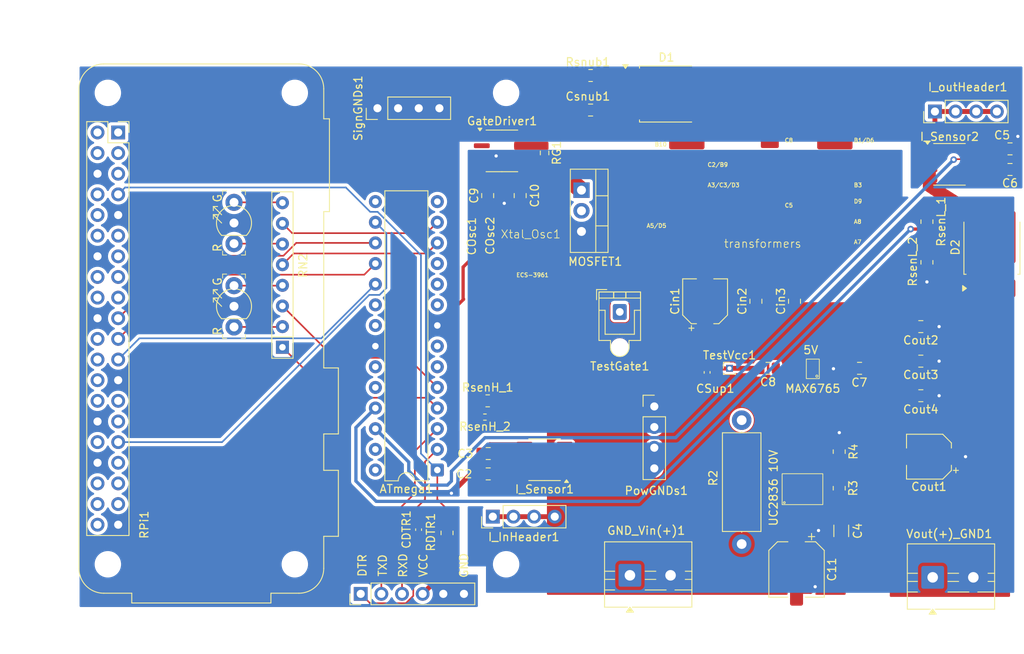
<source format=kicad_pcb>
(kicad_pcb (version 20241229) (generator "pcbnew") (generator_version "9.0")
  (title_block (title "EV Microgrid Flyback Converter ") (company "Cal Poly, Senior Project"))
  (layers (0 "F.Cu" signal) (2 "B.Cu" signal) (13 "F.Paste" user) (15 "B.Paste" user) (5 "F.SilkS" user "F.Silkscreen") (7 "B.SilkS" user "B.Silkscreen") (1 "F.Mask" user) (3 "B.Mask" user) (25 "Edge.Cuts" user))
  (net 0 "")
  (net 1 "/+5Vcc")
  (net 2 "AGND")
  (net 3 "Net-(I_Sensor1-FILTER)")
  (net 4 "PGND")
  (net 5 "/+10Vcc")
  (net 6 "Net-(I_Sensor2-FILTER)")
  (net 7 "Net-(MAX6765-ENABLE)")
  (net 8 "Net-(MAX6765-OUT)")
  (net 9 "/DTR")
  (net 10 "/!Reset")
  (net 11 "Net-(D1-A)")
  (net 12 "/Vin(+)")
  (net 13 "/Vout(+)")
  (net 14 "Net-(D1-K)")
  (net 15 "Net-(D2-A)")
  (net 17 "/PWM")
  (net 19 "Net-(GateDriver1-~{OUT_A})")
  (net 22 "Net-(I_outHeader1-Pin_1)")
  (net 23 "Net-(T1-AA)")
  (net 24 "/IH")
  (net 25 "/IL")
  (net 26 "Net-(UC2836_10V1-Shutdown)")
  (net 27 "/Red1")
  (net 28 "/Green1")
  (net 29 "Net-(D3-A1)")
  (net 30 "Net-(D3-A2)")
  (net 31 "Net-(D4-A2)")
  (net 32 "/Red2")
  (net 33 "/Green2")
  (net 34 "Net-(D4-A1)")
  (net 35 "/VH")
  (net 37 "/VL")
  (net 38 "/SCLK")
  (net 39 "Net-(ATmega1-XTAL1{slash}PB6)")
  (net 40 "Net-(ATmega1-XTAL2{slash}PB7)")
  (net 42 "/!SS")
  (net 43 "/MOSI")
  (net 44 "/RXD")
  (net 46 "/TXD")
  (net 47 "/ProReset")
  (net 48 "/MISO")
  (net 49 "Net-(UC2836_10V1-Driver_Sink)")
  (net 50 "Net-(UC2836_10V1-Feedback)")
  (net 66 "Net-(RPi1-3V3-Pad1)")
  (net 81 "Net-(MOSFET1-G)")
  (footprint "Capacitor_SMD:C_0201_0603Metric" (layer "F.Cu") (at 136.01 80.13 -90)
    (property "Reference" "COsc2")
    (property "Value" "22pF" (hide yes))
  )
  (footprint "Capacitor_SMD:C_0805_2012Metric" (layer "F.Cu") (at 170.21 93.13 180)
    (property "Reference" "C8")
    (property "Value" "0.1u" (hide yes))
  )
  (footprint "Capacitor_SMD:C_0805_2012Metric" (layer "F.Cu") (at 189 92.25 180)
    (property "Reference" "Cout3")
    (property "Value" "5u" (hide yes))
  )
  (footprint "Capacitor_SMD:C_0201_0603Metric" (layer "F.Cu") (at 133.75 80.13 -90)
    (property "Reference" "COsc1")
    (property "Value" "22pF" (hide yes))
  )
  (footprint "Resistor_SMD:R_0805_2012Metric" (layer "F.Cu") (at 178.96 103.38 -90)
    (property "Reference" "R4")
    (property "Value" "2.5k" (hide yes))
  )
  (footprint "Capacitor_SMD:C_0805_2012Metric" (layer "F.Cu") (at 189 88 180)
    (property "Reference" "Cout2")
    (property "Value" "5u" (hide yes))
  )
  (footprint "Resistor_SMD:R_0805_2012Metric" (layer "F.Cu") (at 130.71 113.38 -90)
    (property "Reference" "RDTR1")
    (property "Value" "10k" (hide yes))
  )
  (footprint "Capacitor_SMD:C_0805_2012Metric" (layer "F.Cu") (at 168.71 84.88 90)
    (property "Reference" "Cin2")
    (property "Value" "5u" (hide yes))
  )
  (footprint "FlybackSpecialtyComps:LED_3pin_P2.54mm" (layer "F.Cu") (at 104.5 77.79 90)
    (property "Reference" "D4" (hide yes))
    (property "Value" "LED_Dual_AKA" (hide yes))
  )
  (footprint "Capacitor_SMD:C_0805_2012Metric" (layer "F.Cu") (at 189 96.5 180)
    (property "Reference" "Cout4")
    (property "Value" "5u" (hide yes))
  )
  (footprint "Package_SO:SOIC-8_3.9x4.9mm_P1.27mm" (layer "F.Cu") (at 192.525 68.035)
    (property "Reference" "I_Sensor2")
    (property "Value" "ACS712xLCTR-05B" (hide yes))
  )
  (footprint "Package_SO:SOIC-8_3.9x4.9mm_P1.27mm" (layer "F.Cu") (at 137.46 66.38)
    (property "Reference" "GateDriver1")
    (property "Value" "TC4426xOA" (hide yes))
  )
  (footprint "Connector_PinHeader_1.00mm:PinHeader_1x01_P1.00mm_Vertical" (layer "F.Cu") (at 165.46 93.13)
    (property "Reference" "TestVcc1")
    (property "Value" "Conn_01x01_Pin" (hide yes))
  )
  (footprint "FlybackSpecialtyComps:transformers" (layer "F.Cu") (at 160.21 65.38)
    (property "Reference" "T1" (hide yes))
    (property "Value" "Transformer_1P_1S" (hide yes))
  )
  (footprint "Capacitor_SMD:CP_Elec_5x4.5" (layer "F.Cu") (at 162.46 84.88 90)
    (property "Reference" "Cin1")
    (property "Value" "10u" (hide yes))
  )
  (footprint "Package_TO_SOT_SMD:TO-252-3_TabPin2" (layer "F.Cu") (at 197.75 78.25 90)
    (property "Reference" "D2")
    (property "Value" "D" (hide yes))
  )
  (footprint "Resistor_THT:R_Array_SIP8" (layer "F.Cu") (at 110.46 90.54 90)
    (property "Reference" "RN2")
    (property "Value" "R_Pack04_SIP" (hide yes))
  )
  (footprint "Resistor_SMD:R_0805_2012Metric" (layer "F.Cu") (at 148.3725 57.105)
    (property "Reference" "Rsnub1")
    (property "Value" "110" (hide yes))
  )
  (footprint "Capacitor_SMD:C_0805_2012Metric" (layer "F.Cu") (at 135.71 71.88 90)
    (property "Reference" "C9")
    (property "Value" "10u" (hide yes))
  )
  (footprint "Connector_PinHeader_2.54mm:PinHeader_1x04_P2.54mm_Vertical" (layer "F.Cu") (at 136.34 111.38 90)
    (property "Reference" "I_InHeader1")
    (property "Value" "Conn_01x04_Pin" (hide yes))
  )
  (footprint "Capacitor_SMD:C_0805_2012Metric" (layer "F.Cu") (at 181.46 93.13)
    (property "Reference" "C7")
    (property "Value" "10u" (hide yes))
  )
  (footprint "Capacitor_SMD:C_0805_2012Metric" (layer "F.Cu") (at 148.3725 61.355)
    (property "Reference" "Csnub1")
    (property "Value" "4n" (hide yes))
  )
  (footprint "Capacitor_SMD:CP_Elec_5x4.5" (layer "F.Cu") (at 190 104 180)
    (property "Reference" "Cout1")
    (property "Value" "15u" (hide yes))
  )
  (footprint "Capacitor_SMD:C_0402_1005Metric" (layer "F.Cu") (at 162.71 93.63 -90)
    (property "Reference" "CSup1")
    (property "Value" "1uF" (hide yes))
  )
  (footprint "Capacitor_SMD:C_0805_2012Metric" (layer "F.Cu") (at 135.776297 106.116938 180)
    (property "Reference" "C2")
    (property "Value" "0.1u" (hide yes))
  )
  (footprint "Capacitor_SMD:C_0805_2012Metric" (layer "F.Cu") (at 199.975 66.13)
    (property "Reference" "C5")
    (property "Value" "0.1u" (hide yes))
  )
  (footprint "Connector_PinHeader_2.54mm:PinHeader_1x04_P2.54mm_Vertical" (layer "F.Cu") (at 156.21 97.82)
    (property "Reference" "PowGNDs1")
    (property "Value" "Conn_01x04_Pin" (hide yes))
  )
  (footprint "Connector_JST:JST_XH_B1B-XH-AM_1x01_P2.50mm_Vertical" (layer "F.Cu") (at 151.96 86.19)
    (property "Reference" "TestGate1")
    (property "Value" "Conn_01x01_Pin" (hide yes))
  )
  (footprint "FlybackSpecialtyComps:Max6765" (layer "F.Cu") (at 177.21 94.13 180)
    (property "Reference" "MAX6765")
    (property "Value" "5V Regulator" (hide yes))
  )
  (footprint "FlybackSpecialtyComps:FTDI_USB_TTL_Header" (layer "F.Cu") (at 120.09 120.88 90)
    (property "Reference" "Header1" (hide yes))
    (property "Value" "Conn_01x06_Male" (hide yes))
  )
  (footprint "Resistor_SMD:R_0805_2012Metric" (layer "F.Cu") (at 135.71 97.13)
    (property "Reference" "RsenH_1")
    (property "Value" "120k" (hide yes))
  )
  (footprint "Connector_PinHeader_2.54mm:PinHeader_1x04_P2.54mm_Vertical" (layer "F.Cu") (at 190.735 61.535 90)
    (property "Reference" "I_outHeader1")
    (property "Value" "Conn_01x04_Pin" (hide yes))
  )
  (footprint "Package_SO:SOIC-8_3.9x4.9mm_P1.27mm" (layer "F.Cu") (at 142.71 104.38 180)
    (property "Reference" "I_Sensor1")
    (property "Value" "ACS712xLCTR-05B" (hide yes))
  )
  (footprint "Resistor_SMD:R_0402_1005Metric_Pad0.72x0.64mm_HandSolder" (layer "F.Cu") (at 135.370389 99.13 180)
    (property "Reference" "RsenH_2")
    (property "Value" "10k" (hide yes))
  )
  (footprint "Capacitor_SMD:C_0402_1005Metric" (layer "F.Cu") (at 127.21 112.98 -90)
    (property "Reference" "CDTR1")
    (property "Value" "1uF" (hide yes))
  )
  (footprint "Resistor_SMD:R_0805_2012Metric" (layer "F.Cu") (at 189.75 75.0875 -90)
    (property "Reference" "RsenL_1")
    (property "Value" "120k" (hide yes))
  )
  (footprint "Capacitor_SMD:C_0805_2012Metric" (layer "F.Cu") (at 139.71 71.88 90)
    (property "Reference" "C10")
    (property "Value" "0.1u" (hide yes))
  )
  (footprint "Resistor_SMD:R_0805_2012Metric" (layer "F.Cu") (at 178.96 107.88 90)
    (property "Reference" "R3")
    (property "Value" "7500" (hide yes))
  )
  (footprint "FlybackSpecialtyComps:LED_3pin_P2.54mm" (layer "F.Cu") (at 104.5 88.04 90)
    (property "Reference" "D3" (hide yes))
    (property "Value" "LED_Dual_AKA" (hide yes))
  )
  (footprint "Capacitor_SMD:C_0805_2012Metric" (layer "F.Cu") (at 173.46 84.88 90)
    (property "Reference" "Cin3")
    (property "Value" "5u" (hide yes))
  )
  (footprint "TerminalBlock:TerminalBlock_MaiXu_MX126-5.0-02P_1x02_P5.00mm" (layer "F.Cu") (at 153.21 118.5975)
    (property "Reference" "GND_Vin(+)1")
    (property "Value" "Screw_Terminal_01x02" (hide yes))
  )
  (footprint "Package_DIP:DIP-28_W7.62mm" (layer "F.Cu") (at 129.515 105.64 180)
    (property "Reference" "ATmega1")
    (property "Value" "ATmega328P-P" (hide yes))
  )
  (footprint "FlybackSpecialtyComps:UC2836" (layer "F.Cu") (at 172.46 110.87 90)
    (property "Reference" "UC2836_10V1" (hide yes))
    (property "Value" "10V Regulator" (hide yes))
  )
  (footprint "Package_TO_SOT_THT:TO-220-3_Vertical" (layer "F.Cu") (at 147.25 71.21 -90)
    (property "Reference" "MOSFET1")
    (property "Value" "IRF540N" (hide yes))
  )
  (footprint "Capacitor_SMD:C_0805_2012Metric" (layer "F.Cu") (at 135.776297 103.616938)
    (property "Reference" "C3")
    (property "Value" "1n" (hide yes))
  )
  (footprint "Connector_PinHeader_2.54mm:PinHeader_1x04_P2.54mm_Vertical" (layer "F.Cu") (at 122.15 61.13 90)
    (property "Reference" "SignGNDs1")
    (property "Value" "Conn_01x04_Pin" (hide yes))
  )
  (footprint "Resistor_SMD:R_0603_1608Metric" (layer "F.Cu") (at 142.71 66.63 -90)
    (property "Reference" "RG1")
    (property "Value" "0" (hide yes))
  )
  (footprint "FlybackSpecialtyComps:Raspberry_Pi_Zero_and_Four" (layer "F.Cu") (at 90.25 64.11)
    (property "Reference" "RPi1")
    (property "Value" "Raspberry_Pi_2_3")
  )
  (footprint "Resistor_SMD:R_0805_2012Metric" (layer "F.Cu") (at 189.75 80.0875 -90)
    (property "Reference" "RsenL_2")
    (property "Value" "10k" (hide yes))
  )
  (footprint "Capacitor_SMD:C_1206_3216Metric" (layer "F.Cu") (at 179.21 113.13 -90)
    (property "Reference" "C4")
    (property "Value" "30u" (hide yes))
  )
  (footprint "TerminalBlock:TerminalBlock_MaiXu_MX126-5.0-02P_1x02_P5.00mm" (layer "F.Cu") (at 190.46 118.8475)
    (property "Reference" "Vout(+)_GND1")
    (property "Value" "Screw_Terminal_01x02" (hide yes))
  )
  (footprint "Capacitor_SMD:C_0805_2012Metric" (layer "F.Cu") (at 199.975 68.668596 180)
    (property "Reference" "C6")
    (property "Value" "1n" (hide yes))
  )
  (footprint "FlybackSpecialtyComps:oscillator" (layer "F.Cu") (at 139.72 78.215)
    (property "Reference" "Xtal_Osc1")
    (property "Value" "ASCO" (hide yes))
  )
  (footprint "Resistor_THT:R_Axial_DIN0414_L11.9mm_D4.5mm_P15.24mm_Horizontal" (layer "F.Cu") (at 166.96 114.75 90)
    (property "Reference" "R2")
    (property "Value" "0.1" (hide yes))
  )
  (footprint "Capacitor_SMD:CP_Elec_6.3x7.7" (layer "F.Cu") (at 173.71 117.88 -90)
    (property "Reference" "C11")
    (property "Value" "30u" (hide yes))
  )
  (footprint "Package_TO_SOT_SMD:TO-252-3_TabPin2" (layer "F.Cu") (at 157.7 59.38)
    (property "Reference" "D1")
    (property "Value" "D" (hide yes))
  )
  (gr_text "5V" (at 175.46 90.88 0) (layer "F.SilkS") (effects (font (size 1 1))))
  (segment (start 127.71 120.88) (end 130.71 117.88) (width 0.6) (layer "F.Cu") (net 1))
  (segment (start 162.71 93.15) (end 165.44 93.15) (width 0.5) (layer "F.Cu") (net 1))
  (segment (start 165.46 93.13) (end 169.26 93.13) (width 0.6) (layer "F.Cu") (net 1))
  (segment (start 130.71 117.88) (end 130.71 114.2925) (width 0.6) (layer "F.Cu") (net 1))
  (segment (start 140.235 106.355) (end 140.21 106.38) (width 0.2) (layer "F.Cu") (net 1))
  (segment (start 199.025 66.13) (end 195 66.13) (width 0.5) (layer "F.Cu") (net 1))
  (segment (start 140.235 106.285) (end 136.894359 106.285) (width 0.5) (layer "F.Cu") (net 1))
  (segment (start 140.235 106.285) (end 140.235 106.355) (width 0.2) (layer "F.Cu") (net 1))
  (segment (start 136.894359 106.285) (end 136.726297 106.116938) (width 0.2) (layer "F.Cu") (net 1))
  (segment (start 132.6875 84.6875) (end 132.6875 80.672501) (width 0.4) (layer "F.Cu") (net 2))
  (segment (start 136.01 79.81) (end 136.57 79.25) (width 0.4) (layer "F.Cu") (net 2))
  (segment (start 133.550001 79.81) (end 133.75 79.81) (width 0.4) (layer "F.Cu") (net 2))
  (segment (start 134.826297 106.116938) (end 134.826297 103.616938) (width 0.8) (layer "F.Cu") (net 2))
  (segment (start 140.235 102.475) (end 135.968235 102.475) (width 0.5) (layer "F.Cu") (net 2))
  (segment (start 195 69.94) (end 199.653596 69.94) (width 0.5) (layer "F.Cu") (net 2))
  (segment (start 129.515 87.86) (end 132.6875 84.6875) (width 0.4) (layer "F.Cu") (net 2))
  (segment (start 141.25 79.25) (end 141.25 79.225) (width 0.4) (layer "F.Cu") (net 2))
  (segment (start 133.75 79.81) (end 136.01 79.81) (width 0.4) (layer "F.Cu") (net 2))
  (segment (start 136.57 79.25) (end 141.25 79.25) (width 0.4) (layer "F.Cu") (net 2))
  (segment (start 134.826297 106.116938) (end 133.633062 106.116938) (width 0.6) (layer "F.Cu") (net 2))
  (segment (start 135.968235 102.475) (end 134.826297 103.616938) (width 0.5) (layer "F.Cu") (net 2))
  (segment (start 132.6875 80.672501) (end 133.550001 79.81) (width 0.4) (layer "F.Cu") (net 2))
  (segment (start 133.633062 106.116938) (end 131.25 108.5) (width 0.6) (layer "F.Cu") (net 2))
  (segment (start 200.925 66.13) (end 200.925 68.668596) (width 0.8) (layer "F.Cu") (net 2))
  (segment (start 200.925 66.13) (end 200.925 64.60971) (width 0.6) (layer "F.Cu") (net 2))
  (segment (start 199.653596 69.94) (end 200.925 68.668596) (width 0.5) (layer "F.Cu") (net 2))
  (segment (start 132.6875 84.6875) (end 132.75 84.625) (width 0.4) (layer "F.Cu") (net 2))
  (segment (start 141.25 79.225) (end 142.26 78.215) (width 0.4) (layer "F.Cu") (net 2))
  (via (at 131.25 108.5) (size 0.8) (drill 0.4) (layers "F.Cu" "B.Cu") (net 2))
  (via (at 200.9378 64.59691) (size 0.8) (drill 0.4) (layers "F.Cu" "B.Cu") (net 2))
  (segment (start 136.854359 103.745) (end 136.726297 103.616938) (width 0.2) (layer "F.Cu") (net 3))
  (segment (start 140.235 103.745) (end 136.854359 103.745) (width 0.5) (layer "F.Cu") (net 3))
  (segment (start 135.71 72.83) (end 137.75 72.83) (width 0.6) (layer "F.Cu") (net 4))
  (segment (start 134.985 67.015) (end 136.735 67.015) (width 0.6) (layer "F.Cu") (net 4))
  (segment (start 175 110.87) (end 175 111.669999) (width 0.6) (layer "F.Cu") (net 4))
  (segment (start 159 97.82) (end 162.71 94.11) (width 0.5) (layer "F.Cu") (net 4))
  (segment (start 189.95 96.5) (end 191.25 96.5) (width 0.6) (layer "F.Cu") (net 4))
  (segment (start 192.2 104) (end 194.5 104) (width 0.6) (layer "F.Cu") (net 4))
  (segment (start 177.21 93.18) (end 178.25 93.18) (width 0.4) (layer "F.Cu") (net 4))
  (segment (start 189.75 81) (end 189.75 82.5) (width 0.6) (layer "F.Cu") (net 4))
  (segment (start 189.95 92.25) (end 191.25 92.25) (width 0.6) (layer "F.Cu") (net 4))
  (segment (start 175 111.669999) (end 176.415 113.085) (width 0.6) (layer "F.Cu") (net 4))
  (segment (start 156.21 97.82) (end 159 97.82) (width 0.5) (layer "F.Cu") (net 4))
  (segment (start 175.42 120.58) (end 176 120) (width 0.6) (layer "F.Cu") (net 4))
  (segment (start 177.935001 114.605) (end 179.21 114.605) (width 0.6) (layer "F.Cu") (net 4))
  (segment (start 189.95 88) (end 191.25 88) (width 0.6) (layer "F.Cu") (net 4))
  (segment (start 178.96 102.4675) (end 178.96 101.053977) (width 0.6) (layer "F.Cu") (net 4))
  (segment (start 173.71 120.58) (end 175.42 120.58) (width 0.6) (layer "F.Cu") (net 4))
  (segment (start 137.75 72.83) (end 139.71 72.83) (width 0.6) (layer "F.Cu") (net 4))
  (segment (start 176.415 113.085) (end 177.935001 114.605) (width 0.6) (layer "F.Cu") (net 4))
  (via (at 189.75 82.5) (size 0.8) (drill 0.4) (layers "F.Cu" "B.Cu") (net 4))
  (via (at 191.25 88) (size 0.8) (drill 0.4) (layers "F.Cu" "B.Cu") (net 4))
  (via (at 136.75 67) (size 0.8) (drill 0.4) (layers "F.Cu" "B.Cu") (net 4))
  (via (at 176.415 113.085) (size 0.8) (drill 0.4) (layers "F.Cu" "B.Cu") (net 4))
  (via (at 176 120) (size 0.8) (drill 0.4) (layers "F.Cu" "B.Cu") (net 4))
  (via (at 178.25 93.18) (size 0.8) (drill 0.4) (layers "F.Cu" "B.Cu") (net 4))
  (via (at 194.5 104) (size 0.8) (drill 0.4) (layers "F.Cu" "B.Cu") (net 4))
  (via (at 191.25 92.25) (size 0.8) (drill 0.4) (layers "F.Cu" "B.Cu") (net 4))
  (via (at 137.75 72.83) (size 0.8) (drill 0.4) (layers "F.Cu" "B.Cu") (net 4))
  (via (at 178.970104 101.043873) (size 0.8) (drill 0.4) (layers "F.Cu" "B.Cu") (net 4))
  (via (at 191.25 96.5) (size 0.8) (drill 0.4) (layers "F.Cu" "B.Cu") (net 4))
  (segment (start 195.001404 68.668596) (end 195 68.67) (width 0.2) (layer "F.Cu") (net 6))
  (segment (start 199.025 68.668596) (end 195.001404 68.668596) (width 0.5) (layer "F.Cu") (net 6))
  (segment (start 176.61 92.23) (end 177.21 92.23) (width 0.3) (layer "F.Cu") (net 7))
  (segment (start 176.21 93.484999) (end 176.21 92.63) (width 0.3) (layer "F.Cu") (net 7))
  (segment (start 180.51 93.13) (end 179.61 92.23) (width 0.4) (layer "F.Cu") (net 7))
  (segment (start 176.21 92.63) (end 176.61 92.23) (width 0.3) (layer "F.Cu") (net 7))
  (segment (start 177.21 94.13) (end 176.855001 94.13) (width 0.3) (layer "F.Cu") (net 7))
  (segment (start 179.61 92.23) (end 177.21 92.23) (width 0.4) (layer "F.Cu") (net 7))
  (segment (start 176.855001 94.13) (end 176.21 93.484999) (width 0.3) (layer "F.Cu") (net 7))
  (segment (start 172.16 94.13) (end 171.16 93.13) (width 0.4) (layer "F.Cu") (net 8))
  (segment (start 174.21 94.13) (end 172.16 94.13) (width 0.4) (layer "F.Cu") (net 8))
  (segment (start 120.09 120.88) (end 120.21 120.88) (width 0.2) (layer "F.Cu") (net 9))
  (segment (start 126.559 121.11876) (end 126.559 115.441) (width 0.2) (layer "F.Cu") (net 9))
  (segment (start 126.559 115.441) (end 127.25 114.75) (width 0.2) (layer "F.Cu") (net 9))
  (segment (start 121.241 122.031) (end 125.64676 122.031) (width 0.2) (layer "F.Cu") (net 9))
  (segment (start 120.09 120.88) (end 121.241 122.031) (width 0.2) (layer "F.Cu") (net 9))
  (segment (start 127.25 114.75) (end 127.21 114.71) (width 0.2) (layer "F.Cu") (net 9))
  (segment (start 125.64676 122.031) (end 126.559 121.11876) (width 0.2) (layer "F.Cu") (net 9))
  (segment (start 127.21 114.71) (end 127.21 113.46) (width 0.2) (layer "F.Cu") (net 9))
  (segment (start 130.71 110.46) (end 129.5 109.25) (width 0.2) (layer "F.Cu") (net 10))
  (segment (start 130.71 112.4675) (end 130.71 110.46) (width 0.2) (layer "F.Cu") (net 10))
  (segment (start 129.5 109.25) (end 129.515 109.235) (width 0.2) (layer "F.Cu") (net 10))
  (segment (start 127.21 112.5) (end 130.6775 112.5) (width 0.2) (layer "F.Cu") (net 10))
  (segment (start 129.515 109.235) (end 129.515 105.64) (width 0.2) (layer "F.Cu") (net 10))
  (segment (start 121.258059 73.878109) (end 122.170159 73.878109) (width 0.2) (layer "B.Cu") (net 10))
  (segment (start 122.170159 73.878109) (end 127.5 79.20795) (width 0.2) (layer "B.Cu") (net 10))
  (segment (start 91.1 70.88) (end 118.25995 70.88) (width 0.2) (layer "B.Cu") (net 10))
  (segment (start 118.25995 70.88) (end 121.258059 73.878109) (width 0.2) (layer "B.Cu") (net 10))
  (segment (start 90.25 71.73) (end 91.1 70.88) (width 0.2) (layer "B.Cu") (net 10))
  (segment (start 127.5 103.625) (end 129.515 105.64) (width 0.2) (layer "B.Cu") (net 10))
  (segment (start 127.5 79.20795) (end 127.5 103.625) (width 0.2) (layer "B.Cu") (net 10))
  (segment (start 152.66 59.38) (end 158.96 59.38) (width 0.8) (layer "F.Cu") (net 11))
  (segment (start 145.095 105.015) (end 144.96 104.88) (width 0.2) (layer "F.Cu") (net 12))
  (segment (start 145.185 105.015) (end 145.095 105.015) (width 0.2) (layer "F.Cu") (net 12))
  (segment (start 143.96 107.51) (end 143.96 111.38) (width 0.6) (layer "F.Cu") (net 12))
  (segment (start 145.185 106.285) (end 143.96 107.51) (width 0.6) (layer "F.Cu") (net 12))
  (segment (start 143.96 111.38) (end 136.34 111.38) (width 0.6) (layer "F.Cu") (net 12))
  (segment (start 149.285 57.105) (end 152.655 57.105) (width 0.7) (layer "F.Cu") (net 14))
  (segment (start 149.3225 61.355) (end 149.3225 57.1425) (width 0.7) (layer "F.Cu") (net 14))
  (segment (start 152.655 57.105) (end 152.66 57.1) (width 0.7) (layer "F.Cu") (net 14))
  (segment (start 190.735 65.445) (end 190.735 61.535) (width 0.6) (layer "F.Cu") (net 22))
  (segment (start 190.735 65.445) (end 190.05 66.13) (width 0.6) (layer "F.Cu") (net 22))
  (segment (start 190.735 61.535) (end 198.355 61.535) (width 0.6) (layer "F.Cu") (net 22))
  (segment (start 147.4225 61.355) (end 147.4225 57.1425) (width 0.7) (layer "F.Cu") (net 23))
  (segment (start 193.095219 67.4) (end 193.04 67.455219) (width 0.2) (layer "F.Cu") (net 25))
  (segment (start 195 67.4) (end 193.095219 67.4) (width 0.2) (layer "F.Cu") (net 25))
  (via (at 193.04 67.455219) (size 0.8) (drill 0.4) (layers "F.Cu" "B.Cu") (net 25))
  (segment (start 126 105.75) (end 127.75 107.5) (width 0.4) (layer "B.Cu") (net 25))
  (segment (start 121.895 100.56) (end 126 104.665) (width 0.4) (layer "B.Cu") (net 25))
  (segment (start 130.75 107.5) (end 131.25 107) (width 0.4) (layer "B.Cu") (net 25))
  (segment (start 131.25 107) (end 131.25 105.79116) (width 0.4) (layer "B.Cu") (net 25))
  (segment (start 126 104.665) (end 126 105.75) (width 0.4) (layer "B.Cu") (net 25))
  (segment (start 127.75 107.5) (end 130.75 107.5) (width 0.4) (layer "B.Cu") (net 25))
  (segment (start 158.834219 101.661) (end 193.04 67.455219) (width 0.4) (layer "B.Cu") (net 25))
  (segment (start 135.38016 101.661) (end 158.834219 101.661) (width 0.4) (layer "B.Cu") (net 25))
  (segment (start 131.25 105.79116) (end 135.38016 101.661) (width 0.4) (layer "B.Cu") (net 25))
  (segment (start 173.73 110.87) (end 173.73 115.16) (width 0.4) (layer "F.Cu") (net 26))
  (segment (start 116.67 96.75) (end 128.245 96.75) (width 0.2) (layer "F.Cu") (net 27))
  (segment (start 110.46 90.54) (end 116.67 96.75) (width 0.2) (layer "F.Cu") (net 27))
  (segment (start 128.245 96.75) (end 129.515 98.02) (width 0.2) (layer "F.Cu") (net 27))
  (segment (start 110.46 85.46) (end 116.839 91.839) (width 0.2) (layer "F.Cu") (net 28))
  (segment (start 125.874 91.839) (end 129.515 95.48) (width 0.2) (layer "F.Cu") (net 28))
  (segment (start 116.839 91.839) (end 125.874 91.839) (width 0.2) (layer "F.Cu") (net 28))
  (segment (start 104.46 88.04) (end 110.42 88.04) (width 0.2) (layer "F.Cu") (net 29))
  (segment (start 104.46 82.96) (end 110.42 82.96) (width 0.2) (layer "F.Cu") (net 30))
  (segment (start 104.5 72.71) (end 110.41 72.71) (width 0.2) (layer "F.Cu") (net 31))
  (segment (start 110.46 80.38) (end 111.84 79) (width 0.2) (layer "F.Cu") (net 32))
  (segment (start 128.215 79) (end 129.515 77.7) (width 0.2) (layer "F.Cu") (net 32))
  (segment (start 111.84 79) (end 128.215 79) (width 0.2) (layer "F.Cu") (net 32))
  (segment (start 128.175 76.5) (end 129.515 75.16) (width 0.2) (layer "F.Cu") (net 33))
  (segment (start 111.66 76.5) (end 128.175 76.5) (width 0.2) (layer "F.Cu") (net 33))
  (segment (start 110.46 75.3) (end 111.66 76.5) (width 0.2) (layer "F.Cu") (net 33))
  (segment (start 104.5 77.79) (end 110.41 77.79) (width 0.2) (layer "F.Cu") (net 34))
  (segment (start 134.7975 97.13) (end 134.7975 99.105389) (width 0.4) (layer "F.Cu") (net 35))
  (segment (start 187.75 76) (end 189.75 76) (width 0.4) (layer "F.Cu") (net 37))
  (segment (start 189.75 76) (end 189.75 79.175) (width 0.8) (layer "F.Cu") (net 37))
  (via (at 187.75 76) (size 0.8) (drill 0.4) (layers "F.Cu" "B.Cu") (net 37))
  (segment (start 119.5 100.415) (end 121.895 98.02) (width 0.4) (layer "B.Cu") (net 37))
  (segment (start 122 109.5) (end 119.5 107) (width 0.4) (layer "B.Cu") (net 37))
  (segment (start 187.75 76) (end 154.25 109.5) (width 0.4) (layer "B.Cu") (net 37))
  (segment (start 119.5 107) (end 119.5 100.415) (width 0.4) (layer "B.Cu") (net 37))
  (segment (start 154.25 109.5) (end 122 109.5) (width 0.4) (layer "B.Cu") (net 37))
  (segment (start 92.861 89.439) (end 90.25 92.05) (width 0.2) (layer "B.Cu") (net 38))
  (segment (start 115.236 89.439) (end 92.861 89.439) (width 0.2) (layer "B.Cu") (net 38))
  (segment (start 121.895 82.78) (end 115.236 89.439) (width 0.2) (layer "B.Cu") (net 38))
  (segment (start 139.685 80.45) (end 136.01 80.45) (width 0.3) (layer "F.Cu") (net 39))
  (segment (start 123.25 76.515) (end 123.25 83.25) (width 0.2) (layer "B.Cu") (net 42))
  (segment (start 121.895 75.16) (end 123.25 76.515) (width 0.2) (layer "B.Cu") (net 42))
  (segment (start 121.143059 84.099041) (end 103.0321 102.21) (width 0.2) (layer "B.Cu") (net 42))
  (segment (start 123.25 83.25) (end 122.400959 84.099041) (width 0.2) (layer "B.Cu") (net 42))
  (segment (start 103.0321 102.21) (end 90.25 102.21) (width 0.2) (layer "B.Cu") (net 42))
  (segment (start 122.400959 84.099041) (end 121.143059 84.099041) (width 0.2) (layer "B.Cu") (net 42))
  (segment (start 97.941 79.279) (end 90.25 86.97) (width 0.2) (layer "F.Cu") (net 43))
  (segment (start 121.895 77.7) (end 112.15705 77.7) (width 0.2) (layer "F.Cu") (net 43))
  (segment (start 112.15705 77.7) (end 110.57805 79.279) (width 0.2) (layer "F.Cu") (net 43))
  (segment (start 110.57805 79.279) (end 97.941 79.279) (width 0.2) (layer "F.Cu") (net 43))
  (segment (start 125.17 112.08) (end 128 109.25) (width 0.2) (layer "F.Cu") (net 44))
  (segment (start 128 104.615) (end 129.515 103.1) (width 0.2) (layer "F.Cu") (net 44))
  (segment (start 128 109.25) (end 128 104.615) (width 0.2) (layer "F.Cu") (net 44))
  (segment (start 125.17 120.88) (end 125.17 112.08) (width 0.2) (layer "F.Cu") (net 44))
  (segment (start 126.75 103.325) (end 129.515 100.56) (width 0.2) (layer "F.Cu") (net 46))
  (segment (start 122.63 120.88) (end 122.63 112.62) (width 0.2) (layer "F.Cu") (net 46))
  (segment (start 122.63 112.62) (end 126.75 108.5) (width 0.2) (layer "F.Cu") (net 46))
  (segment (start 126.75 108.5) (end 126.75 103.325) (width 0.2) (layer "F.Cu") (net 46))
  (segment (start 120.526 81.609) (end 98.151 81.609) (width 0.2) (layer "F.Cu") (net 48))
  (segment (start 98.151 81.609) (end 90.25 89.51) (width 0.2) (layer "F.Cu") (net 48))
  (segment (start 121.895 80.24) (end 120.526 81.609) (width 0.2) (layer "F.Cu") (net 48))
  (segment (start 178.96 104.2925) (end 178.96 106.9675) (width 0.5) (layer "F.Cu") (net 50))
  (segment (start 178.96 106.9675) (end 173.497501 106.9675) (width 0.5) (layer "F.Cu") (net 50))
  (segment (start 172.46 105.929999) (end 172.46 105.13) (width 0.5) (layer "F.Cu") (net 50))
  (segment (start 173.497501 106.9675) (end 172.46 105.929999) (width 0.5) (layer "F.Cu") (net 50))
  (zone (net 13) (net_name "/Vout(+)") (layer "F.Cu") (priority 3) (connect_pads yes (clearance 0.3)) (min_thickness 0.25) (fill yes (thermal_gap 0.5) (thermal_bridge_width 0.5))
    (polygon (pts (xy 185.368478 82) (xy 196.5 82) (xy 196.5 85) (xy 199.999829 85) (xy 199.975 121.25) (xy 185.182459 121.25)))
  )
  (zone (net 49) (net_name "Net-(UC2836_10V1-Driver_Sink)") (layer "F.Cu") (priority 1) (connect_pads yes (clearance 0)) (min_thickness 0.25) (fill yes (thermal_gap 0.5) (thermal_bridge_width 0.5))
    (polygon (pts (xy 173.622987 105.781217) (xy 175.085932 105.781217) (xy 175.085932 104.455854) (xy 173.622987 104.455854)))
  )
  (zone (net 81) (net_name "Net-(MOSFET1-G)") (layer "F.Cu") (priority 10) (connect_pads yes (clearance 0.4)) (min_thickness 0.25) (fill yes (thermal_gap 0.5) (thermal_bridge_width 0.5))
    (polygon (pts (xy 142.25 67.065159) (xy 142.25 68.25) (xy 146.25 71.75) (xy 148 71.75) (xy 148 70.5) (xy 144.036722 67.065159)))
  )
  (zone (net 12) (net_name "/Vin(+)") (layer "F.Cu") (priority 5) (connect_pads yes (clearance 0.3)) (min_thickness 0.25) (fill yes (thermal_gap 0.5) (thermal_bridge_width 0.5))
    (polygon (pts (xy 143 121) (xy 179.75 121) (xy 179.75 85) (xy 143 85)))
  )
  (zone (net 5) (net_name "/+10Vcc") (layer "F.Cu") (priority 2) (connect_pads yes (clearance 0)) (min_thickness 0.25) (fill yes (thermal_gap 0.5) (thermal_bridge_width 0.5))
    (polygon (pts (xy 135.21 71.13) (xy 135.21 69.13) (xy 137.96 66.88) (xy 140.71 66.88) (xy 140.71 71.13)))
  )
  (zone (net 19) (net_name "Net-(GateDriver1-~{OUT_A})") (layer "F.Cu") (priority 9) (connect_pads yes (clearance 0.4)) (min_thickness 0.25) (fill yes (thermal_gap 0.5) (thermal_bridge_width 0.5))
    (polygon (pts (xy 138.969653 65.25) (xy 138.969653 66.25) (xy 143.183638 66.25) (xy 143.183638 65.25)))
  )
  (zone (net 15) (net_name "Net-(D2-A)") (layer "F.Cu") (priority 4) (connect_pads yes (clearance 0.5)) (min_thickness 0.25) (fill yes (thermal_gap 0.5) (thermal_bridge_width 0.5))
    (polygon (pts (xy 197.25 83) (xy 198.25 83) (xy 198.25 79.25) (xy 197.25 79.25)))
  )
  (zone (net 15) (net_name "Net-(D2-A)") (layer "F.Cu") (connect_pads yes (clearance 0)) (min_thickness 0.25) (fill yes (thermal_gap 0.5) (thermal_bridge_width 0.5))
    (polygon (pts (xy 189.255853 68.558052) (xy 189.255853 70.058052) (xy 190.846022 70.058052) (xy 190.846022 68.558052)))
  )
  (zone (net 22) (net_name "Net-(I_outHeader1-Pin_1)") (layer "F.Cu") (connect_pads yes (clearance 0)) (min_thickness 0.25) (fill yes (thermal_gap 0.5) (thermal_bridge_width 0.5))
    (polygon (pts (xy 189.276429 66.044415) (xy 189.276429 67.544415) (xy 190.866598 67.544415) (xy 190.866598 66.044415)))
  )
  (zone (net 23) (net_name "Net-(T1-AA)") (layer "F.Cu") (connect_pads yes (clearance 0.1)) (min_thickness 0.25) (fill yes (thermal_gap 0.5) (thermal_bridge_width 0.5))
    (polygon (pts (xy 145.950824 103.88) (xy 145.950824 102.38) (xy 144.360655 102.38) (xy 144.360655 103.88)))
  )
  (zone (net 15) (net_name "Net-(D2-A)") (layer "F.Cu") (priority 8) (connect_pads yes (clearance 0.4)) (min_thickness 0.25) (fill yes (thermal_gap 0.5) (thermal_bridge_width 0.5))
    (polygon (pts (xy 189.25 69.75) (xy 189.25 71.083333) (xy 195.5 75.25) (xy 198.75 75.25) (xy 190.826021 70.240785) (xy 190.5 70) (xy 190.5 69.75)))
  )
  (zone (net 2) (net_name "AGND") (layer "B.Cu") (priority 7) (connect_pads yes (clearance 0.4)) (min_thickness 0.25) (fill yes (thermal_gap 0.5) (thermal_bridge_width 0.5))
    (polygon (pts (xy 85.5 122.5) (xy 85.5 56) (xy 201.5 56) (xy 201.5 71) (xy 187.75 71) (xy 187.75 65.25) (xy 132.25 65.25) (xy 132.25 118.5) (xy 134.5 118.5) (xy 134.5 122.5)))
  )
  (zone (net 4) (net_name "PGND") (layer "B.Cu") (priority 6) (connect_pads yes (clearance 0.4)) (min_thickness 0.25) (fill yes (thermal_gap 0.5) (thermal_bridge_width 0.5))
    (polygon (pts (xy 133.25 66.25) (xy 133.25 117.5) (xy 135.5 117.5) (xy 135.5 120.75) (xy 200.5 120.75) (xy 200.5 72) (xy 186.75 72) (xy 186.75 66.25)))
  )
)
</source>
